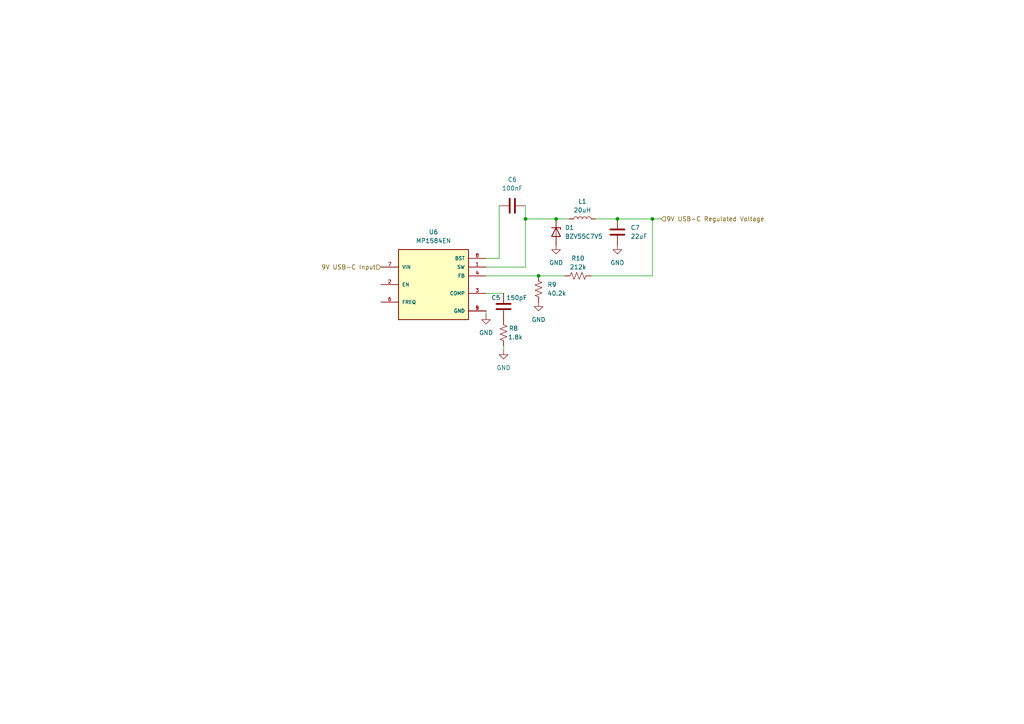
<source format=kicad_sch>
(kicad_sch (version 20250114) (generator "eeschema") (generator_version "9.0")
  (paper "A4")
  (title_block (title "EEE3088F Project PCB Design") (date "2025-03-24") (company "University of Cape Town") (comment 3 "         Emmanual Basua") (comment 4 "Authors: Nejdet Demirtas"))
  (lib_symbols
    (symbol "Device:C" (pin_numbers (hide yes)) (pin_names (offset 0.254))
      (property "Reference" "C" (at 0.635 2.54 0))
      (property "Value" "C" (at 0.635 -2.54 0))
      (symbol "C_0_1"
        (polyline (pts (xy -2.032 0.762) (xy 2.032 0.762)) (stroke (width 0.508)))
        (polyline (pts (xy -2.032 -0.762) (xy 2.032 -0.762)) (stroke (width 0.508)))
      )
      (symbol "C_1_1"
        (pin passive line (at 0 3.81 270) (length 2.794) (name "~") (number "1"))
        (pin passive line (at 0 -3.81 90) (length 2.794) (name "~") (number "2"))
      )
    )
    (symbol "Device:L" (pin_numbers (hide yes)) (pin_names (offset 1.016) (hide yes))
      (property "Reference" "L" (at -1.27 0 90))
      (property "Value" "L" (at 1.905 0 90))
      (symbol "L_0_1"
        (arc (start 0 2.54) (mid 0.6323 1.905) (end 0 1.27))
        (arc (start 0 1.27) (mid 0.6323 0.635) (end 0 0))
        (arc (start 0 0) (mid 0.6323 -0.635) (end 0 -1.27))
        (arc (start 0 -1.27) (mid 0.6323 -1.905) (end 0 -2.54))
      )
      (symbol "L_1_1"
        (pin passive line (at 0 3.81 270) (length 1.27) (name "1") (number "1"))
        (pin passive line (at 0 -3.81 90) (length 1.27) (name "2") (number "2"))
      )
    )
    (symbol "Device:R_US" (pin_numbers (hide yes)) (pin_names (offset 0))
      (property "Reference" "R" (at 2.54 0 90))
      (property "Value" "R_US" (at -2.54 0 90))
      (symbol "R_US_0_1"
        (polyline (pts (xy 0 2.286) (xy 0 2.54)))
        (polyline (pts (xy 0 2.286) (xy 1.016 1.905) (xy 0 1.524) (xy -1.016 1.143) (xy 0 0.762)))
        (polyline (pts (xy 0 0.762) (xy 1.016 0.381) (xy 0 0) (xy -1.016 -0.381) (xy 0 -0.762)))
        (polyline (pts (xy 0 -0.762) (xy 1.016 -1.143) (xy 0 -1.524) (xy -1.016 -1.905) (xy 0 -2.286)))
        (polyline (pts (xy 0 -2.286) (xy 0 -2.54)))
      )
      (symbol "R_US_1_1"
        (pin passive line (at 0 3.81 270) (length 1.27) (name "~") (number "1"))
        (pin passive line (at 0 -3.81 90) (length 1.27) (name "~") (number "2"))
      )
    )
    (symbol "Diode:BZV55C7V5" (pin_numbers (hide yes)) (pin_names (hide yes))
      (property "Reference" "D" (at 0 2.54 0))
      (property "Value" "BZV55C7V5" (at 0 -2.54 0))
      (symbol "BZV55C7V5_0_1"
        (polyline (pts (xy -1.27 -1.27) (xy -1.27 1.27) (xy -0.762 1.27)) (stroke (width 0.254)))
        (polyline (pts (xy 1.27 0) (xy -1.27 0)))
        (polyline (pts (xy 1.27 -1.27) (xy 1.27 1.27) (xy -1.27 0) (xy 1.27 -1.27)) (stroke (width 0.254)))
      )
      (symbol "BZV55C7V5_1_1"
        (pin passive line (at -3.81 0 0) (length 2.54) (name "K") (number "1"))
        (pin passive line (at 3.81 0 180) (length 2.54) (name "A") (number "2"))
      )
    )
    (symbol "MP1584EN:MP1584EN" (pin_names (offset 1.016))
      (property "Reference" "U" (at -10.185 10.6942 0))
      (property "Value" "MP1584EN" (at -10.1723 -12.7154 0))
      (symbol "MP1584EN_0_0"
        (rectangle (start -10.16 -10.16) (end 10.16 10.16) (stroke (width 0.254)) (fill (type background)))
        (pin input line (at -15.24 5.08 0) (length 5.08) (name "VIN") (number "7"))
        (pin input line (at -15.24 0 0) (length 5.08) (name "EN") (number "2"))
        (pin input line (at -15.24 -5.08 0) (length 5.08) (name "FREQ") (number "6"))
        (pin passive line (at 15.24 7.62 180) (length 5.08) (name "BST") (number "8"))
        (pin output line (at 15.24 5.08 180) (length 5.08) (name "SW") (number "1"))
        (pin input line (at 15.24 2.54 180) (length 5.08) (name "FB") (number "4"))
        (pin output line (at 15.24 -2.54 180) (length 5.08) (name "COMP") (number "3"))
        (pin power_in line (at 15.24 -7.62 180) (length 5.08) (name "GND") (number "5"))
        (pin power_in line (at 15.24 -7.62 180) (length 5.08) (name "GND") (number "9"))
      )
    )
    (symbol "power:GND" (power) (pin_numbers (hide yes)) (pin_names (offset 0) (hide yes))
      (property "Value" "GND" (at 0 -3.81 0))
      (symbol "GND_0_1"
        (polyline (pts (xy 0 0) (xy 0 -1.27) (xy 1.27 -1.27) (xy 0 -2.54) (xy -1.27 -1.27) (xy 0 -1.27)))
      )
      (symbol "GND_1_1"
        (pin power_in line (at 0 0 270) (length 0) (name "~") (number "1"))
      )
    )
  )
  (junction (at 189.23 63.5))
  (junction (at 152.4 63.5))
  (junction (at 179.07 63.5))
  (junction (at 156.21 80.01))
  (junction (at 161.29 63.5))
  (wire (pts (xy 189.23 63.5) (xy 189.23 80.01)))
  (wire (pts (xy 152.4 63.5) (xy 152.4 77.47)))
  (wire (pts (xy 140.97 80.01) (xy 156.21 80.01)))
  (wire (pts (xy 152.4 63.5) (xy 161.29 63.5)))
  (wire (pts (xy 140.97 77.47) (xy 152.4 77.47)))
  (wire (pts (xy 172.72 63.5) (xy 179.07 63.5)))
  (wire (pts (xy 171.45 80.01) (xy 189.23 80.01)))
  (wire (pts (xy 144.78 59.69) (xy 144.78 74.93)))
  (wire (pts (xy 189.23 63.5) (xy 191.77 63.5)))
  (wire (pts (xy 140.97 90.17) (xy 140.97 91.44)))
  (wire (pts (xy 156.21 80.01) (xy 163.83 80.01)))
  (wire (pts (xy 161.29 63.5) (xy 165.1 63.5)))
  (wire (pts (xy 140.97 85.09) (xy 146.05 85.09)))
  (wire (pts (xy 179.07 63.5) (xy 189.23 63.5)))
  (wire (pts (xy 152.4 59.69) (xy 152.4 63.5)))
  (wire (pts (xy 140.97 74.93) (xy 144.78 74.93)))
  (wire (pts (xy 146.05 100.33) (xy 146.05 101.6)))
  (hierarchical_label "9V USB-C Input" (shape input) (at 110.49 77.47 180))
  (hierarchical_label "9V USB-C Regulated Voltage" (shape input) (at 191.77 63.5 0))
  (symbol (lib_id "Device:C") (at 146.05 88.9 0) (unit 1)
    (property "Reference" "C5" (at 142.494 86.36 0) (effects (justify left)))
    (property "Value" "150pF" (at 146.812 86.36 0) (effects (justify left)))
    (property "Description" "Unpolarized capacitor" (effects (hide yes)))
  )
  (symbol (lib_id "Device:L") (at 168.91 63.5 90) (unit 1)
    (property "Reference" "L1" (at 168.91 58.42 90))
    (property "Value" "20uH" (at 168.91 60.96 90))
    (property "Description" "Inductor" (effects (hide yes)))
  )
  (symbol (lib_id "Device:C") (at 148.59 59.69 90) (unit 1)
    (property "Reference" "C6" (at 148.59 52.07 90))
    (property "Value" "100nF" (at 148.59 54.61 90))
    (property "Description" "Unpolarized capacitor" (effects (hide yes)))
  )
  (symbol (lib_id "power:GND") (at 179.07 71.12 0) (unit 1)
    (property "Reference" "#PWR023" (effects (hide yes)))
    (property "Value" "GND" (at 179.07 76.2 0))
    (property "Description" "Power symbol creates a global label with name \"GND\" , ground" (effects (hide yes)))
  )
  (symbol (lib_id "Diode:BZV55C7V5") (at 161.29 67.31 270) (unit 1)
    (property "Reference" "D1" (at 163.83 66.0399 90) (effects (justify left)))
    (property "Value" "BZV55C7V5" (at 163.83 68.5799 90) (effects (justify left)))
    (property "Footprint" "Diode_SMD:D_MiniMELF" (effects (hide yes)))
    (property "Datasheet" "https://assets.nexperia.com/documents/data-sheet/BZV55_SER.pdf" (effects (hide yes)))
    (property "Description" "7.5V, 500mW, 5%, Zener diode, MiniMELF" (effects (hide yes)))
  )
  (symbol (lib_id "Device:R_US") (at 156.21 83.82 0) (unit 1)
    (property "Reference" "R9" (at 158.75 82.5499 0) (effects (justify left)))
    (property "Value" "40.2k" (at 158.75 85.0899 0) (effects (justify left)))
    (property "Description" "Resistor, US symbol" (effects (hide yes)))
  )
  (symbol (lib_id "Device:R_US") (at 167.64 80.01 90) (unit 1)
    (property "Reference" "R10" (at 167.64 74.93 90))
    (property "Value" "212k" (at 167.64 77.47 90))
    (property "Description" "Resistor, US symbol" (effects (hide yes)))
  )
  (symbol (lib_id "power:GND") (at 161.29 71.12 0) (unit 1)
    (property "Reference" "#PWR022" (effects (hide yes)))
    (property "Value" "GND" (at 161.29 76.2 0))
    (property "Description" "Power symbol creates a global label with name \"GND\" , ground" (effects (hide yes)))
  )
  (symbol (lib_id "power:GND") (at 156.21 87.63 0) (unit 1)
    (property "Reference" "#PWR021" (effects (hide yes)))
    (property "Value" "GND" (at 156.21 92.71 0))
    (property "Description" "Power symbol creates a global label with name \"GND\" , ground" (effects (hide yes)))
  )
  (symbol (lib_id "MP1584EN:MP1584EN") (at 125.73 82.55 0) (unit 1)
    (property "Reference" "U6" (at 125.73 67.31 0))
    (property "Value" "MP1584EN" (at 125.73 69.85 0))
    (property "Footprint" "MP1584EN:SOIC127P600X170-9N" (effects (hide yes)))
    (property "MF" "Monolithic Power" (effects (hide yes)))
    (property "PACKAGE" "None" (effects (hide yes)))
    (property "PRICE" "None" (effects (hide yes)))
    (property "Package" "SOIC-8 Monolithic Power" (effects (hide yes)))
    (property "Check_prices" "https://www.snapeda.com/parts/MP1584EN/Monolithic+Power+Systems/view-part/?ref=eda" (effects (hide yes)))
    (property "STANDARD" "IPC-7351B" (effects (hide yes)))
    (property "SnapEDA_Link" "https://www.snapeda.com/parts/MP1584EN/Monolithic+Power+Systems/view-part/?ref=snap" (effects (hide yes)))
    (property "MP" "MP1584EN" (effects (hide yes)))
    (property "Price" "None" (effects (hide yes)))
    (property "Availability" "Not in stock" (effects (hide yes)))
    (property "AVAILABILITY" "Unavailable" (effects (hide yes)))
    (property "Description_1" "Buck Switching Regulator IC Positive Adjustable 0.8V 1 Output 3A 8-SOIC (0.154, 3.90mm Width) Exposed Pad" (effects (hide yes)))
  )
  (symbol (lib_id "Device:R_US") (at 146.05 96.52 0) (unit 1)
    (property "Reference" "R8" (at 147.574 95.25 0) (effects (justify left)))
    (property "Value" "1.8k" (at 147.32 97.79 0) (effects (justify left)))
    (property "Description" "Resistor, US symbol" (effects (hide yes)))
  )
  (symbol (lib_id "power:GND") (at 140.97 91.44 0) (unit 1)
    (property "Reference" "#PWR019" (effects (hide yes)))
    (property "Value" "GND" (at 140.97 96.52 0))
    (property "Description" "Power symbol creates a global label with name \"GND\" , ground" (effects (hide yes)))
  )
  (symbol (lib_id "Device:C") (at 179.07 67.31 180) (unit 1)
    (property "Reference" "C7" (at 182.88 66.0399 0) (effects (justify right)))
    (property "Value" "22uF" (at 182.88 68.5799 0) (effects (justify right)))
    (property "Description" "Unpolarized capacitor" (effects (hide yes)))
  )
  (symbol (lib_id "power:GND") (at 146.05 101.6 0) (unit 1)
    (property "Reference" "#PWR020" (effects (hide yes)))
    (property "Value" "GND" (at 146.05 106.68 0))
    (property "Description" "Power symbol creates a global label with name \"GND\" , ground" (effects (hide yes)))
  )
)
</source>
